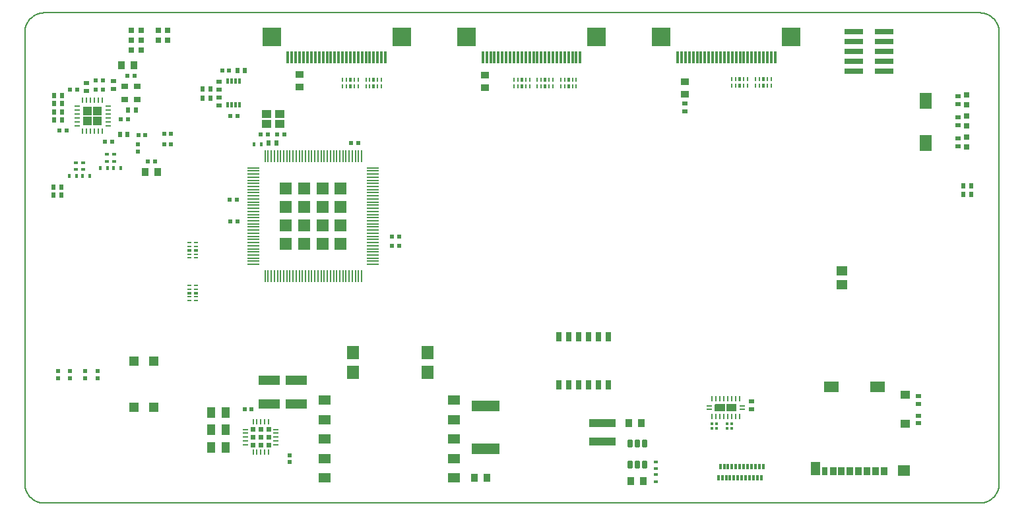
<source format=gtp>
G04*
G04 #@! TF.GenerationSoftware,Altium Limited,Altium Designer,21.2.2 (38)*
G04*
G04 Layer_Color=8421504*
%FSLAX44Y44*%
%MOMM*%
G71*
G04*
G04 #@! TF.SameCoordinates,2EB6EAD6-5C33-48E4-AA2B-E0AFE4ABDD4A*
G04*
G04*
G04 #@! TF.FilePolarity,Positive*
G04*
G01*
G75*
%ADD18C,0.1500*%
%ADD19R,1.6049X1.6049*%
%ADD20R,1.6049X1.6049*%
%ADD21R,1.6049X1.6049*%
%ADD22R,1.6049X1.6049*%
%ADD23R,0.6500X0.5500*%
G04:AMPARAMS|DCode=24|XSize=0.2mm|YSize=1.54mm|CornerRadius=0.1mm|HoleSize=0mm|Usage=FLASHONLY|Rotation=0.000|XOffset=0mm|YOffset=0mm|HoleType=Round|Shape=RoundedRectangle|*
%AMROUNDEDRECTD24*
21,1,0.2000,1.3400,0,0,0.0*
21,1,0.0000,1.5400,0,0,0.0*
1,1,0.2000,0.0000,-0.6700*
1,1,0.2000,0.0000,-0.6700*
1,1,0.2000,0.0000,0.6700*
1,1,0.2000,0.0000,0.6700*
%
%ADD24ROUNDEDRECTD24*%
G04:AMPARAMS|DCode=25|XSize=1.54mm|YSize=0.2mm|CornerRadius=0.1mm|HoleSize=0mm|Usage=FLASHONLY|Rotation=0.000|XOffset=0mm|YOffset=0mm|HoleType=Round|Shape=RoundedRectangle|*
%AMROUNDEDRECTD25*
21,1,1.5400,0.0000,0,0,0.0*
21,1,1.3400,0.2000,0,0,0.0*
1,1,0.2000,0.6700,0.0000*
1,1,0.2000,-0.6700,0.0000*
1,1,0.2000,-0.6700,0.0000*
1,1,0.2000,0.6700,0.0000*
%
%ADD25ROUNDEDRECTD25*%
%ADD26R,1.5400X0.2000*%
%ADD27R,0.3000X1.6000*%
%ADD28R,2.4000X2.4000*%
%ADD29R,2.4000X2.4000*%
%ADD30R,3.5600X1.4000*%
%ADD31R,1.5500X1.2700*%
%ADD32R,1.5200X1.7800*%
%ADD33R,0.9200X0.9800*%
%ADD34R,0.8500X0.6500*%
%ADD35R,0.7500X0.2500*%
%ADD36R,0.2500X0.7500*%
G04:AMPARAMS|DCode=37|XSize=0.25mm|YSize=0.6mm|CornerRadius=0.025mm|HoleSize=0mm|Usage=FLASHONLY|Rotation=0.000|XOffset=0mm|YOffset=0mm|HoleType=Round|Shape=RoundedRectangle|*
%AMROUNDEDRECTD37*
21,1,0.2500,0.5500,0,0,0.0*
21,1,0.2000,0.6000,0,0,0.0*
1,1,0.0500,0.1000,-0.2750*
1,1,0.0500,-0.1000,-0.2750*
1,1,0.0500,-0.1000,0.2750*
1,1,0.0500,0.1000,0.2750*
%
%ADD37ROUNDEDRECTD37*%
G04:AMPARAMS|DCode=38|XSize=0.25mm|YSize=0.6mm|CornerRadius=0.025mm|HoleSize=0mm|Usage=FLASHONLY|Rotation=270.000|XOffset=0mm|YOffset=0mm|HoleType=Round|Shape=RoundedRectangle|*
%AMROUNDEDRECTD38*
21,1,0.2500,0.5500,0,0,270.0*
21,1,0.2000,0.6000,0,0,270.0*
1,1,0.0500,-0.2750,-0.1000*
1,1,0.0500,-0.2750,0.1000*
1,1,0.0500,0.2750,0.1000*
1,1,0.0500,0.2750,-0.1000*
%
%ADD38ROUNDEDRECTD38*%
%ADD39R,2.4000X0.7600*%
%ADD40R,0.7500X1.1000*%
%ADD41R,0.8500X1.1000*%
%ADD42R,0.8750X1.1000*%
%ADD43R,1.2000X1.0000*%
%ADD44R,1.1700X1.8000*%
%ADD45R,1.5500X1.3500*%
%ADD46R,1.9000X1.3500*%
%ADD47R,0.7600X1.2500*%
%ADD48R,1.5000X2.0000*%
G04:AMPARAMS|DCode=49|XSize=0.2mm|YSize=0.565mm|CornerRadius=0.05mm|HoleSize=0mm|Usage=FLASHONLY|Rotation=270.000|XOffset=0mm|YOffset=0mm|HoleType=Round|Shape=RoundedRectangle|*
%AMROUNDEDRECTD49*
21,1,0.2000,0.4650,0,0,270.0*
21,1,0.1000,0.5650,0,0,270.0*
1,1,0.1000,-0.2325,-0.0500*
1,1,0.1000,-0.2325,0.0500*
1,1,0.1000,0.2325,0.0500*
1,1,0.1000,0.2325,-0.0500*
%
%ADD49ROUNDEDRECTD49*%
G04:AMPARAMS|DCode=50|XSize=0.4mm|YSize=0.565mm|CornerRadius=0.05mm|HoleSize=0mm|Usage=FLASHONLY|Rotation=270.000|XOffset=0mm|YOffset=0mm|HoleType=Round|Shape=RoundedRectangle|*
%AMROUNDEDRECTD50*
21,1,0.4000,0.4650,0,0,270.0*
21,1,0.3000,0.5650,0,0,270.0*
1,1,0.1000,-0.2325,-0.1500*
1,1,0.1000,-0.2325,0.1500*
1,1,0.1000,0.2325,0.1500*
1,1,0.1000,0.2325,-0.1500*
%
%ADD50ROUNDEDRECTD50*%
%ADD51R,1.0500X1.4000*%
%ADD52R,2.7000X1.1500*%
%ADD53R,0.7000X0.2500*%
%ADD54R,0.2500X0.7000*%
%ADD55R,0.8000X0.8000*%
%ADD56R,0.3000X0.7500*%
%ADD57R,0.4500X0.5500*%
%ADD58R,1.4500X1.1500*%
%ADD59R,0.6200X0.6200*%
%ADD60R,1.0000X0.9000*%
%ADD61R,0.5500X0.6500*%
%ADD62R,1.2000X1.2000*%
%ADD63R,0.6200X0.6200*%
G04:AMPARAMS|DCode=64|XSize=0.4mm|YSize=0.565mm|CornerRadius=0.05mm|HoleSize=0mm|Usage=FLASHONLY|Rotation=180.000|XOffset=0mm|YOffset=0mm|HoleType=Round|Shape=RoundedRectangle|*
%AMROUNDEDRECTD64*
21,1,0.4000,0.4650,0,0,180.0*
21,1,0.3000,0.5650,0,0,180.0*
1,1,0.1000,-0.1500,0.2325*
1,1,0.1000,0.1500,0.2325*
1,1,0.1000,0.1500,-0.2325*
1,1,0.1000,-0.1500,-0.2325*
%
%ADD64ROUNDEDRECTD64*%
%ADD65R,0.9000X1.0000*%
G04:AMPARAMS|DCode=66|XSize=0.6mm|YSize=1mm|CornerRadius=0.051mm|HoleSize=0mm|Usage=FLASHONLY|Rotation=0.000|XOffset=0mm|YOffset=0mm|HoleType=Round|Shape=RoundedRectangle|*
%AMROUNDEDRECTD66*
21,1,0.6000,0.8980,0,0,0.0*
21,1,0.4980,1.0000,0,0,0.0*
1,1,0.1020,0.2490,-0.4490*
1,1,0.1020,-0.2490,-0.4490*
1,1,0.1020,-0.2490,0.4490*
1,1,0.1020,0.2490,0.4490*
%
%ADD66ROUNDEDRECTD66*%
%ADD67R,0.5500X0.4500*%
%ADD68R,0.3000X0.8000*%
G04:AMPARAMS|DCode=69|XSize=0.2mm|YSize=0.565mm|CornerRadius=0.05mm|HoleSize=0mm|Usage=FLASHONLY|Rotation=180.000|XOffset=0mm|YOffset=0mm|HoleType=Round|Shape=RoundedRectangle|*
%AMROUNDEDRECTD69*
21,1,0.2000,0.4650,0,0,180.0*
21,1,0.1000,0.5650,0,0,180.0*
1,1,0.1000,-0.0500,0.2325*
1,1,0.1000,0.0500,0.2325*
1,1,0.1000,0.0500,-0.2325*
1,1,0.1000,-0.0500,-0.2325*
%
%ADD69ROUNDEDRECTD69*%
%ADD70R,0.8000X0.8000*%
%ADD71R,0.3200X0.3600*%
%ADD72R,3.4000X0.9800*%
G36*
X295730Y71750D02*
X289730D01*
Y77750D01*
X295730D01*
Y71750D01*
D02*
G37*
G36*
Y81750D02*
X289730D01*
Y87750D01*
X295730D01*
Y81750D01*
D02*
G37*
G36*
X289730Y91750D02*
Y97750D01*
X295730D01*
Y91750D01*
X289730D01*
D02*
G37*
G36*
X85670Y496501D02*
X74671D01*
Y485502D01*
X85671D01*
Y496502D01*
X85670Y496501D01*
D02*
G37*
G36*
Y498499D02*
Y509498D01*
X74671D01*
Y498498D01*
X85671D01*
X85670Y498499D01*
D02*
G37*
G36*
X87670Y496500D02*
Y485501D01*
X98669D01*
Y496501D01*
X87669D01*
X87670Y496500D01*
D02*
G37*
G36*
X87669Y498499D02*
X98668D01*
Y509498D01*
X87668D01*
Y498498D01*
X87669Y498499D01*
D02*
G37*
G36*
X912816Y127598D02*
X913098Y127317D01*
X913250Y126949D01*
Y126750D01*
Y118750D01*
Y118551D01*
X913098Y118184D01*
X912816Y117902D01*
X912449Y117750D01*
X901051D01*
X900684Y117902D01*
X900402Y118184D01*
X900250Y118551D01*
Y118750D01*
Y126750D01*
Y126949D01*
X900402Y127317D01*
X900684Y127598D01*
X901051Y127750D01*
X912449D01*
X912816Y127598D01*
D02*
G37*
G36*
X897816D02*
X898098Y127317D01*
X898250Y126949D01*
Y126750D01*
Y118750D01*
Y118551D01*
X898098Y118184D01*
X897816Y117902D01*
X897449Y117750D01*
X886051D01*
X885684Y117902D01*
X885402Y118184D01*
X885250Y118551D01*
Y118750D01*
Y126750D01*
Y126949D01*
X885402Y127317D01*
X885684Y127598D01*
X886051Y127750D01*
X897449D01*
X897816Y127598D01*
D02*
G37*
G36*
X315730Y91750D02*
X309730D01*
Y97750D01*
X315730D01*
Y91750D01*
D02*
G37*
G36*
X305730D02*
X299730D01*
Y97750D01*
X305730D01*
Y91750D01*
D02*
G37*
G36*
X315730Y81750D02*
X309730D01*
Y87750D01*
X315730D01*
Y81750D01*
D02*
G37*
G36*
X305730D02*
X299730D01*
Y87750D01*
X305730D01*
Y81750D01*
D02*
G37*
G36*
X315730Y71750D02*
X309730D01*
Y77750D01*
X315730D01*
Y71750D01*
D02*
G37*
G36*
X305730D02*
X299730D01*
Y77750D01*
X305730D01*
Y71750D01*
D02*
G37*
D18*
X1250000Y605000D02*
X1249863Y607613D01*
X1249454Y610198D01*
X1248776Y612725D01*
X1247839Y615168D01*
X1246651Y617500D01*
X1245225Y619695D01*
X1243579Y621728D01*
X1241728Y623578D01*
X1239695Y625225D01*
X1237500Y626651D01*
X1235168Y627839D01*
X1232725Y628776D01*
X1230198Y629454D01*
X1227613Y629863D01*
X1225000Y630000D01*
Y-0D02*
X1227613Y137D01*
X1230198Y546D01*
X1232725Y1223D01*
X1235168Y2161D01*
X1237500Y3349D01*
X1239695Y4775D01*
X1241728Y6421D01*
X1243579Y8272D01*
X1245225Y10305D01*
X1246651Y12500D01*
X1247839Y14832D01*
X1248776Y17275D01*
X1249454Y19802D01*
X1249863Y22387D01*
X1250000Y25000D01*
X25000Y629950D02*
X22387Y629813D01*
X19802Y629403D01*
X17275Y628726D01*
X14832Y627788D01*
X12500Y626600D01*
X10306Y625175D01*
X8272Y623528D01*
X6421Y621678D01*
X4775Y619644D01*
X3350Y617450D01*
X2162Y615118D01*
X1224Y612675D01*
X547Y610147D01*
X137Y607563D01*
X0Y604950D01*
X0Y25000D02*
X137Y22387D01*
X546Y19802D01*
X1224Y17275D01*
X2161Y14832D01*
X3349Y12500D01*
X4775Y10305D01*
X6421Y8272D01*
X8272Y6421D01*
X10305Y4775D01*
X12500Y3349D01*
X14832Y2161D01*
X17275Y1224D01*
X19802Y546D01*
X22387Y137D01*
X25000Y0D01*
X1250000Y605440D02*
X1250000Y25000D01*
X25000Y630000D02*
X1225000Y630000D01*
X25000Y-0D02*
X1225000Y-0D01*
X-0Y25000D02*
X0Y604950D01*
D19*
X405245Y333505D02*
D03*
X334716D02*
D03*
X405245Y404034D02*
D03*
X334716D02*
D03*
D20*
X381735Y333505D02*
D03*
X358226D02*
D03*
X381735Y404034D02*
D03*
X358226D02*
D03*
D21*
X405245Y357015D02*
D03*
X334716D02*
D03*
X405245Y380524D02*
D03*
X334716D02*
D03*
D22*
X381735Y357015D02*
D03*
X358226D02*
D03*
X381735Y380524D02*
D03*
X358226D02*
D03*
D23*
X1146757Y127500D02*
D03*
Y137500D02*
D03*
X1146757Y112500D02*
D03*
Y102500D02*
D03*
X932500Y121000D02*
D03*
X248716Y541501D02*
D03*
Y531501D02*
D03*
X248752Y511330D02*
D03*
Y521330D02*
D03*
X78500Y539500D02*
D03*
Y529500D02*
D03*
X113795Y532500D02*
D03*
Y542500D02*
D03*
X846750Y503198D02*
D03*
Y513198D02*
D03*
X1197250Y485685D02*
D03*
Y495685D02*
D03*
Y458810D02*
D03*
Y468810D02*
D03*
Y512560D02*
D03*
Y522560D02*
D03*
X932500Y131000D02*
D03*
D24*
X307981Y445524D02*
D03*
X311981D02*
D03*
X315981D02*
D03*
X319981D02*
D03*
X323981D02*
D03*
X327981D02*
D03*
X331981D02*
D03*
X335981D02*
D03*
X339981D02*
D03*
X343981D02*
D03*
X347981D02*
D03*
X351981D02*
D03*
X355981D02*
D03*
X359981D02*
D03*
X363981D02*
D03*
X367981D02*
D03*
X371981D02*
D03*
X375981D02*
D03*
X379981D02*
D03*
X383981D02*
D03*
X387981D02*
D03*
X391981D02*
D03*
X395981D02*
D03*
X399981D02*
D03*
X403981D02*
D03*
X407981D02*
D03*
X411981D02*
D03*
X415981D02*
D03*
X419981D02*
D03*
X423981D02*
D03*
X427981D02*
D03*
X431981D02*
D03*
Y292015D02*
D03*
X427981D02*
D03*
X423981D02*
D03*
X419981D02*
D03*
X415981D02*
D03*
X411981D02*
D03*
X407981D02*
D03*
X403981D02*
D03*
X399981D02*
D03*
X395981D02*
D03*
X391981D02*
D03*
X387981D02*
D03*
X383981D02*
D03*
X379981D02*
D03*
X375981D02*
D03*
X371981D02*
D03*
X367981D02*
D03*
X363981D02*
D03*
X359981D02*
D03*
X355981D02*
D03*
X351981D02*
D03*
X347981D02*
D03*
X343981D02*
D03*
X339981D02*
D03*
X335981D02*
D03*
X331981D02*
D03*
X327981D02*
D03*
X323981D02*
D03*
X319981D02*
D03*
X315981D02*
D03*
X311981D02*
D03*
X307981D02*
D03*
D25*
X446735Y430769D02*
D03*
Y426769D02*
D03*
Y422769D02*
D03*
Y418769D02*
D03*
Y414769D02*
D03*
Y410769D02*
D03*
Y406769D02*
D03*
Y402769D02*
D03*
Y398769D02*
D03*
Y394769D02*
D03*
Y390769D02*
D03*
Y386769D02*
D03*
Y382769D02*
D03*
Y378769D02*
D03*
Y374769D02*
D03*
Y370769D02*
D03*
Y366769D02*
D03*
Y362769D02*
D03*
Y358769D02*
D03*
Y354769D02*
D03*
Y350769D02*
D03*
Y346769D02*
D03*
Y342769D02*
D03*
Y338769D02*
D03*
Y334769D02*
D03*
Y330769D02*
D03*
Y326769D02*
D03*
Y322769D02*
D03*
Y318769D02*
D03*
Y314769D02*
D03*
Y310769D02*
D03*
Y306769D02*
D03*
X293226D02*
D03*
Y310769D02*
D03*
Y314769D02*
D03*
Y318769D02*
D03*
Y322769D02*
D03*
Y326769D02*
D03*
Y330769D02*
D03*
Y334769D02*
D03*
Y338769D02*
D03*
Y342769D02*
D03*
Y346769D02*
D03*
Y350769D02*
D03*
Y354769D02*
D03*
Y358769D02*
D03*
Y362769D02*
D03*
Y366769D02*
D03*
Y370769D02*
D03*
Y374769D02*
D03*
Y378769D02*
D03*
Y382769D02*
D03*
Y386769D02*
D03*
Y390769D02*
D03*
Y394769D02*
D03*
Y398769D02*
D03*
Y402769D02*
D03*
Y406769D02*
D03*
Y410769D02*
D03*
Y414769D02*
D03*
Y418769D02*
D03*
Y422769D02*
D03*
Y426769D02*
D03*
D26*
Y430769D02*
D03*
D27*
X367500Y572750D02*
D03*
X377500D02*
D03*
X382500D02*
D03*
X392500D02*
D03*
X397500D02*
D03*
X407500D02*
D03*
X412500D02*
D03*
X422500D02*
D03*
X427500D02*
D03*
X437500D02*
D03*
X442500D02*
D03*
X452500D02*
D03*
X457500D02*
D03*
X402500D02*
D03*
X347500D02*
D03*
X352500D02*
D03*
X362500D02*
D03*
X337500D02*
D03*
X342500D02*
D03*
X387500D02*
D03*
X357500D02*
D03*
X372500D02*
D03*
X417500D02*
D03*
X432500D02*
D03*
X462500D02*
D03*
X447500D02*
D03*
X962500D02*
D03*
X947500D02*
D03*
X932500D02*
D03*
X917500D02*
D03*
X887500D02*
D03*
X872500D02*
D03*
X712500Y572750D02*
D03*
X857500Y572750D02*
D03*
X667500Y572750D02*
D03*
X652500D02*
D03*
X682500D02*
D03*
X697500D02*
D03*
X607500D02*
D03*
X637500D02*
D03*
X622500D02*
D03*
X592500D02*
D03*
X587500D02*
D03*
X612500D02*
D03*
X602500D02*
D03*
X597500D02*
D03*
X707500D02*
D03*
X702500D02*
D03*
X692500D02*
D03*
X687500D02*
D03*
X677500D02*
D03*
X672500D02*
D03*
X662500D02*
D03*
X657500D02*
D03*
X647500D02*
D03*
X642500D02*
D03*
X632500D02*
D03*
X627500D02*
D03*
X617500D02*
D03*
X842500Y572750D02*
D03*
X837500D02*
D03*
X862500D02*
D03*
X852500D02*
D03*
X847500D02*
D03*
X902500D02*
D03*
X957500D02*
D03*
X952500D02*
D03*
X942500D02*
D03*
X937500D02*
D03*
X927500D02*
D03*
X922500D02*
D03*
X912500D02*
D03*
X907500D02*
D03*
X897500D02*
D03*
X892500D02*
D03*
X882500D02*
D03*
X877500D02*
D03*
X867500D02*
D03*
D28*
X316500Y599250D02*
D03*
X816500D02*
D03*
X566500Y599250D02*
D03*
D29*
X483500Y599250D02*
D03*
X983500D02*
D03*
X733500Y599250D02*
D03*
D30*
X590750Y70200D02*
D03*
Y124800D02*
D03*
D31*
X550230Y82250D02*
D03*
Y107250D02*
D03*
Y132250D02*
D03*
X384730Y32250D02*
D03*
Y57250D02*
D03*
Y82250D02*
D03*
Y107250D02*
D03*
Y132250D02*
D03*
X550230Y32250D02*
D03*
Y57250D02*
D03*
D32*
X516350Y168300D02*
D03*
Y193700D02*
D03*
X421150Y168300D02*
D03*
Y193700D02*
D03*
D33*
X139965Y562478D02*
D03*
X124165D02*
D03*
D34*
X128331Y535248D02*
D03*
X143831Y518748D02*
D03*
Y535248D02*
D03*
X128331Y518748D02*
D03*
D35*
X106670Y505000D02*
D03*
Y500000D02*
D03*
Y495000D02*
D03*
Y490000D02*
D03*
Y485000D02*
D03*
X66670D02*
D03*
Y490000D02*
D03*
Y495000D02*
D03*
Y500000D02*
D03*
Y505000D02*
D03*
Y510000D02*
D03*
X106670D02*
D03*
D36*
X99170Y477500D02*
D03*
X94170D02*
D03*
X89170D02*
D03*
X84170D02*
D03*
X79170D02*
D03*
X74170D02*
D03*
Y517500D02*
D03*
X79170D02*
D03*
X94170D02*
D03*
X99170D02*
D03*
X84170D02*
D03*
X89170D02*
D03*
D37*
X911750Y111250D02*
D03*
X916750D02*
D03*
X891750D02*
D03*
X896750D02*
D03*
X901750D02*
D03*
X906750D02*
D03*
X881750D02*
D03*
X886750D02*
D03*
X881750Y134250D02*
D03*
X896750D02*
D03*
X916750D02*
D03*
X891750D02*
D03*
X886750D02*
D03*
X911750D02*
D03*
X906750D02*
D03*
X901750D02*
D03*
D38*
X920750Y125250D02*
D03*
X877750D02*
D03*
Y120250D02*
D03*
X920750D02*
D03*
D39*
X1063750Y605400D02*
D03*
Y592700D02*
D03*
Y580000D02*
D03*
Y567300D02*
D03*
X1102750Y605400D02*
D03*
Y592700D02*
D03*
Y580000D02*
D03*
Y567300D02*
D03*
X1063750Y554600D02*
D03*
X1102750D02*
D03*
D40*
X1026375Y40875D02*
D03*
D41*
X1036875D02*
D03*
X1058875D02*
D03*
X1069875D02*
D03*
X1080875D02*
D03*
X1102875D02*
D03*
X1047875D02*
D03*
D42*
X1091875D02*
D03*
D43*
X1129225Y102375D02*
D03*
Y139375D02*
D03*
X309873Y486802D02*
D03*
X326873Y499802D02*
D03*
Y486802D02*
D03*
X309873Y499802D02*
D03*
D44*
X1014275Y44375D02*
D03*
D45*
X1127475Y42125D02*
D03*
D46*
X1034525Y149125D02*
D03*
X1094225D02*
D03*
D47*
X685350Y152250D02*
D03*
X698050D02*
D03*
X710750D02*
D03*
X723450D02*
D03*
X736150D02*
D03*
X748850D02*
D03*
X685350Y213750D02*
D03*
X698050D02*
D03*
X710750D02*
D03*
X723450D02*
D03*
X736150D02*
D03*
X748850D02*
D03*
D48*
X1155750Y516750D02*
D03*
Y462750D02*
D03*
D49*
X219175Y280000D02*
D03*
Y275000D02*
D03*
Y265000D02*
D03*
Y260000D02*
D03*
X210825D02*
D03*
Y265000D02*
D03*
Y275000D02*
D03*
Y280000D02*
D03*
Y335000D02*
D03*
Y330000D02*
D03*
Y320000D02*
D03*
Y315000D02*
D03*
X219175D02*
D03*
Y320000D02*
D03*
Y330000D02*
D03*
Y335000D02*
D03*
D50*
X210825Y270000D02*
D03*
X219175D02*
D03*
Y325000D02*
D03*
X210825D02*
D03*
D51*
X257894Y71092D02*
D03*
X238894D02*
D03*
Y116092D02*
D03*
X257894D02*
D03*
X238894Y94092D02*
D03*
X257894D02*
D03*
D52*
X348230Y157750D02*
D03*
Y127750D02*
D03*
X313480D02*
D03*
Y157750D02*
D03*
D53*
X322230Y94750D02*
D03*
Y89750D02*
D03*
Y84750D02*
D03*
Y79750D02*
D03*
Y74750D02*
D03*
X283230D02*
D03*
Y79750D02*
D03*
Y84750D02*
D03*
Y89750D02*
D03*
Y94750D02*
D03*
D54*
X312730Y65250D02*
D03*
X307730D02*
D03*
X302730D02*
D03*
X297730D02*
D03*
X292730D02*
D03*
Y104250D02*
D03*
X297730D02*
D03*
X302730D02*
D03*
X307730D02*
D03*
X312730D02*
D03*
D55*
X148750Y594625D02*
D03*
X136250D02*
D03*
X170750Y594375D02*
D03*
X183250D02*
D03*
X136250Y581750D02*
D03*
X148750D02*
D03*
X136250Y607500D02*
D03*
X148750D02*
D03*
X183250Y607250D02*
D03*
X170750D02*
D03*
D56*
X942250Y47305D02*
D03*
X937250D02*
D03*
X932250D02*
D03*
X927250D02*
D03*
X922250D02*
D03*
X917250D02*
D03*
X912250D02*
D03*
X907250D02*
D03*
X902250D02*
D03*
X897250D02*
D03*
X894750Y32205D02*
D03*
X899750D02*
D03*
X904750D02*
D03*
X909750D02*
D03*
X914750D02*
D03*
X919750D02*
D03*
X924750D02*
D03*
X929750D02*
D03*
X934750D02*
D03*
X939750D02*
D03*
X889750D02*
D03*
X892250Y47305D02*
D03*
X944750Y32205D02*
D03*
X947250Y47305D02*
D03*
D57*
X302896Y461269D02*
D03*
X293896D02*
D03*
X96750Y430750D02*
D03*
X122750D02*
D03*
X82914Y420082D02*
D03*
X56914D02*
D03*
X73914D02*
D03*
X65914D02*
D03*
X105750Y430750D02*
D03*
X113750D02*
D03*
D58*
X1048000Y298290D02*
D03*
Y280290D02*
D03*
D59*
X311488Y473516D02*
D03*
X302488D02*
D03*
X479896Y330261D02*
D03*
X470896D02*
D03*
X470981Y342767D02*
D03*
X479981D02*
D03*
X253056Y556065D02*
D03*
X263342Y497500D02*
D03*
X131278Y548984D02*
D03*
X90930Y543281D02*
D03*
X90891Y531188D02*
D03*
X58000Y531000D02*
D03*
X132002Y493456D02*
D03*
X44250Y478750D02*
D03*
X418672Y463046D02*
D03*
X332807Y473532D02*
D03*
X178391Y474481D02*
D03*
X178391Y461212D02*
D03*
X158008Y438742D02*
D03*
X154385Y473062D02*
D03*
X111586Y464535D02*
D03*
X263839Y361723D02*
D03*
X263000Y390000D02*
D03*
X145385Y473062D02*
D03*
X187391Y474481D02*
D03*
X187391Y461212D02*
D03*
X262056Y556065D02*
D03*
X99891Y531188D02*
D03*
X102586Y464535D02*
D03*
X140278Y548984D02*
D03*
X67000Y531000D02*
D03*
X272342Y497500D02*
D03*
X99930Y543281D02*
D03*
X123002Y493456D02*
D03*
X53250Y478750D02*
D03*
X167008Y438742D02*
D03*
X290735Y120406D02*
D03*
X281735D02*
D03*
X323807Y473532D02*
D03*
X272839Y361723D02*
D03*
X272000Y390000D02*
D03*
X427672Y463046D02*
D03*
D60*
X846750Y541000D02*
D03*
Y525000D02*
D03*
X590066Y549693D02*
D03*
Y533693D02*
D03*
X352500Y550500D02*
D03*
Y534500D02*
D03*
D61*
X1214500Y408000D02*
D03*
X1204500D02*
D03*
X37250Y513083D02*
D03*
Y502667D02*
D03*
X141948Y505014D02*
D03*
X131948D02*
D03*
X37250Y523500D02*
D03*
X47250D02*
D03*
X47250Y513083D02*
D03*
X227750Y531750D02*
D03*
X237750D02*
D03*
X282439Y556065D02*
D03*
X272439D02*
D03*
X227750Y520500D02*
D03*
X237750D02*
D03*
X131743Y474062D02*
D03*
X121743D02*
D03*
X37250Y492250D02*
D03*
X47250D02*
D03*
X47250Y502667D02*
D03*
X36363Y406038D02*
D03*
X46363D02*
D03*
X36363Y395538D02*
D03*
X46363D02*
D03*
X1204500Y397000D02*
D03*
X1214500D02*
D03*
X312750Y462600D02*
D03*
X322750D02*
D03*
D62*
X165000Y123000D02*
D03*
X140000D02*
D03*
Y182000D02*
D03*
X165000D02*
D03*
D63*
X77500Y169500D02*
D03*
Y160500D02*
D03*
X92900D02*
D03*
Y169500D02*
D03*
X42100D02*
D03*
Y160500D02*
D03*
X57500D02*
D03*
Y169500D02*
D03*
X144957Y451693D02*
D03*
Y460694D02*
D03*
X339750Y52584D02*
D03*
Y61584D02*
D03*
D64*
X947500Y544750D02*
D03*
Y536400D02*
D03*
X917250Y544675D02*
D03*
Y536325D02*
D03*
X697500Y544175D02*
D03*
Y535825D02*
D03*
X667500D02*
D03*
Y544175D02*
D03*
X637500D02*
D03*
Y535825D02*
D03*
X447500Y543750D02*
D03*
Y535400D02*
D03*
X417500Y543693D02*
D03*
Y535343D02*
D03*
D65*
X790500Y103250D02*
D03*
X793500Y28500D02*
D03*
X576750Y32250D02*
D03*
X154000Y425250D02*
D03*
X170000D02*
D03*
X592750Y32250D02*
D03*
X777500Y28500D02*
D03*
X774500Y103250D02*
D03*
D66*
X785750Y76750D02*
D03*
X795250Y49250D02*
D03*
X785750D02*
D03*
X776250D02*
D03*
Y76750D02*
D03*
X795250D02*
D03*
D67*
X809140Y53005D02*
D03*
X74414Y428582D02*
D03*
Y437582D02*
D03*
X65414Y428582D02*
D03*
Y437582D02*
D03*
X105250Y439250D02*
D03*
Y448250D02*
D03*
X114250Y439250D02*
D03*
Y448250D02*
D03*
X809140Y27634D02*
D03*
Y36634D02*
D03*
Y44005D02*
D03*
D68*
X265000Y511500D02*
D03*
X275000Y542500D02*
D03*
X270000D02*
D03*
X265000D02*
D03*
X260000D02*
D03*
X275000Y511500D02*
D03*
X270000D02*
D03*
X260000D02*
D03*
D69*
X427500Y543693D02*
D03*
X422500D02*
D03*
X412500D02*
D03*
X407500D02*
D03*
Y535343D02*
D03*
X412500D02*
D03*
X422500D02*
D03*
X427500D02*
D03*
X707500Y535825D02*
D03*
X702500D02*
D03*
X692500D02*
D03*
X687500D02*
D03*
Y544175D02*
D03*
X692500D02*
D03*
X702500D02*
D03*
X707500D02*
D03*
X957500Y536400D02*
D03*
X952500D02*
D03*
X942500D02*
D03*
X937500D02*
D03*
Y544750D02*
D03*
X942500D02*
D03*
X952500D02*
D03*
X957500D02*
D03*
X677500Y535825D02*
D03*
X672500D02*
D03*
X662500D02*
D03*
X657500D02*
D03*
Y544175D02*
D03*
X662500D02*
D03*
X672500D02*
D03*
X677500D02*
D03*
X927250Y536325D02*
D03*
X922250D02*
D03*
X912250D02*
D03*
X907250D02*
D03*
Y544675D02*
D03*
X912250D02*
D03*
X922250D02*
D03*
X927250D02*
D03*
X647500Y535825D02*
D03*
X642500D02*
D03*
X632500D02*
D03*
X627500D02*
D03*
Y544175D02*
D03*
X632500D02*
D03*
X642500D02*
D03*
X647500D02*
D03*
X457500Y535400D02*
D03*
X452500D02*
D03*
X442500D02*
D03*
X437500D02*
D03*
Y543750D02*
D03*
X442500D02*
D03*
X452500D02*
D03*
X457500D02*
D03*
D70*
X1208500Y470190D02*
D03*
Y457690D02*
D03*
Y497250D02*
D03*
Y484750D02*
D03*
Y524310D02*
D03*
Y511810D02*
D03*
D71*
X887250Y102050D02*
D03*
Y96450D02*
D03*
X881250Y102050D02*
D03*
Y96450D02*
D03*
X901250Y102050D02*
D03*
Y96450D02*
D03*
X907250Y102050D02*
D03*
Y96450D02*
D03*
D72*
X740750Y79150D02*
D03*
Y102850D02*
D03*
M02*

</source>
